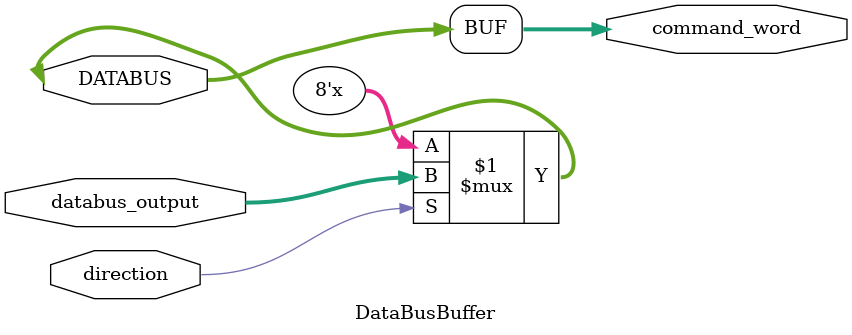
<source format=v>
module DataBusBuffer (DATABUS, direction, databus_output, command_word);

    inout [7:0] DATABUS;
    input direction;
    input [7:0] databus_output;
    output [7:0] command_word;

    assign DATABUS = direction ? databus_output : 8'hZZ;
    assign command_word = DATABUS;

endmodule
</source>
